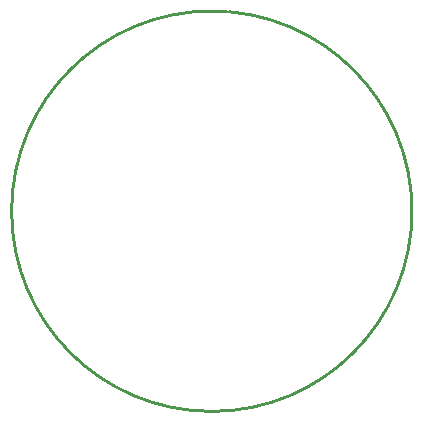
<source format=gm1>
G04 Layer_Color=16711935*
%FSLAX25Y25*%
%MOIN*%
G70*
G01*
G75*
%ADD10C,0.01000*%
D10*
X548732Y369500D02*
G03*
X548732Y369500I-66732J0D01*
G01*
M02*

</source>
